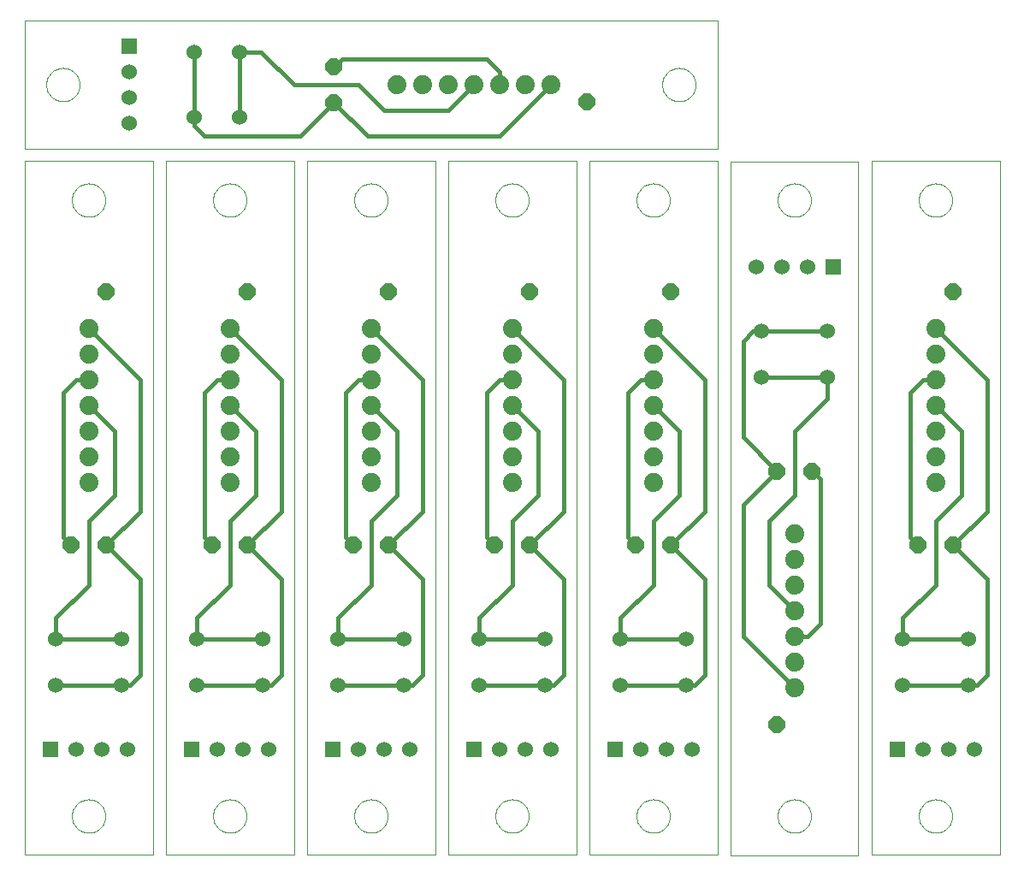
<source format=gtl>
G75*
G70*
%OFA0B0*%
%FSLAX24Y24*%
%IPPOS*%
%LPD*%
%AMOC8*
5,1,8,0,0,1.08239X$1,22.5*
%
%ADD10C,0.0000*%
%ADD11R,0.0600X0.0600*%
%ADD12C,0.0600*%
%ADD13OC8,0.0650*%
%ADD14C,0.0740*%
%ADD15C,0.0160*%
D10*
X000191Y000188D02*
X005188Y000188D01*
X005188Y027208D01*
X000191Y027208D01*
X000191Y000188D01*
X002038Y001688D02*
X002040Y001738D01*
X002046Y001788D01*
X002056Y001838D01*
X002069Y001886D01*
X002086Y001934D01*
X002107Y001980D01*
X002131Y002024D01*
X002159Y002066D01*
X002190Y002106D01*
X002224Y002143D01*
X002261Y002178D01*
X002300Y002209D01*
X002341Y002238D01*
X002385Y002263D01*
X002431Y002285D01*
X002478Y002303D01*
X002526Y002317D01*
X002575Y002328D01*
X002625Y002335D01*
X002675Y002338D01*
X002726Y002337D01*
X002776Y002332D01*
X002826Y002323D01*
X002874Y002311D01*
X002922Y002294D01*
X002968Y002274D01*
X003013Y002251D01*
X003056Y002224D01*
X003096Y002194D01*
X003134Y002161D01*
X003169Y002125D01*
X003202Y002086D01*
X003231Y002045D01*
X003257Y002002D01*
X003280Y001957D01*
X003299Y001910D01*
X003314Y001862D01*
X003326Y001813D01*
X003334Y001763D01*
X003338Y001713D01*
X003338Y001663D01*
X003334Y001613D01*
X003326Y001563D01*
X003314Y001514D01*
X003299Y001466D01*
X003280Y001419D01*
X003257Y001374D01*
X003231Y001331D01*
X003202Y001290D01*
X003169Y001251D01*
X003134Y001215D01*
X003096Y001182D01*
X003056Y001152D01*
X003013Y001125D01*
X002968Y001102D01*
X002922Y001082D01*
X002874Y001065D01*
X002826Y001053D01*
X002776Y001044D01*
X002726Y001039D01*
X002675Y001038D01*
X002625Y001041D01*
X002575Y001048D01*
X002526Y001059D01*
X002478Y001073D01*
X002431Y001091D01*
X002385Y001113D01*
X002341Y001138D01*
X002300Y001167D01*
X002261Y001198D01*
X002224Y001233D01*
X002190Y001270D01*
X002159Y001310D01*
X002131Y001352D01*
X002107Y001396D01*
X002086Y001442D01*
X002069Y001490D01*
X002056Y001538D01*
X002046Y001588D01*
X002040Y001638D01*
X002038Y001688D01*
X005691Y000188D02*
X010688Y000188D01*
X010688Y027208D01*
X005691Y027208D01*
X005691Y000188D01*
X007538Y001688D02*
X007540Y001738D01*
X007546Y001788D01*
X007556Y001838D01*
X007569Y001886D01*
X007586Y001934D01*
X007607Y001980D01*
X007631Y002024D01*
X007659Y002066D01*
X007690Y002106D01*
X007724Y002143D01*
X007761Y002178D01*
X007800Y002209D01*
X007841Y002238D01*
X007885Y002263D01*
X007931Y002285D01*
X007978Y002303D01*
X008026Y002317D01*
X008075Y002328D01*
X008125Y002335D01*
X008175Y002338D01*
X008226Y002337D01*
X008276Y002332D01*
X008326Y002323D01*
X008374Y002311D01*
X008422Y002294D01*
X008468Y002274D01*
X008513Y002251D01*
X008556Y002224D01*
X008596Y002194D01*
X008634Y002161D01*
X008669Y002125D01*
X008702Y002086D01*
X008731Y002045D01*
X008757Y002002D01*
X008780Y001957D01*
X008799Y001910D01*
X008814Y001862D01*
X008826Y001813D01*
X008834Y001763D01*
X008838Y001713D01*
X008838Y001663D01*
X008834Y001613D01*
X008826Y001563D01*
X008814Y001514D01*
X008799Y001466D01*
X008780Y001419D01*
X008757Y001374D01*
X008731Y001331D01*
X008702Y001290D01*
X008669Y001251D01*
X008634Y001215D01*
X008596Y001182D01*
X008556Y001152D01*
X008513Y001125D01*
X008468Y001102D01*
X008422Y001082D01*
X008374Y001065D01*
X008326Y001053D01*
X008276Y001044D01*
X008226Y001039D01*
X008175Y001038D01*
X008125Y001041D01*
X008075Y001048D01*
X008026Y001059D01*
X007978Y001073D01*
X007931Y001091D01*
X007885Y001113D01*
X007841Y001138D01*
X007800Y001167D01*
X007761Y001198D01*
X007724Y001233D01*
X007690Y001270D01*
X007659Y001310D01*
X007631Y001352D01*
X007607Y001396D01*
X007586Y001442D01*
X007569Y001490D01*
X007556Y001538D01*
X007546Y001588D01*
X007540Y001638D01*
X007538Y001688D01*
X011191Y000188D02*
X016188Y000188D01*
X016188Y027208D01*
X011191Y027208D01*
X011191Y000188D01*
X013038Y001688D02*
X013040Y001738D01*
X013046Y001788D01*
X013056Y001838D01*
X013069Y001886D01*
X013086Y001934D01*
X013107Y001980D01*
X013131Y002024D01*
X013159Y002066D01*
X013190Y002106D01*
X013224Y002143D01*
X013261Y002178D01*
X013300Y002209D01*
X013341Y002238D01*
X013385Y002263D01*
X013431Y002285D01*
X013478Y002303D01*
X013526Y002317D01*
X013575Y002328D01*
X013625Y002335D01*
X013675Y002338D01*
X013726Y002337D01*
X013776Y002332D01*
X013826Y002323D01*
X013874Y002311D01*
X013922Y002294D01*
X013968Y002274D01*
X014013Y002251D01*
X014056Y002224D01*
X014096Y002194D01*
X014134Y002161D01*
X014169Y002125D01*
X014202Y002086D01*
X014231Y002045D01*
X014257Y002002D01*
X014280Y001957D01*
X014299Y001910D01*
X014314Y001862D01*
X014326Y001813D01*
X014334Y001763D01*
X014338Y001713D01*
X014338Y001663D01*
X014334Y001613D01*
X014326Y001563D01*
X014314Y001514D01*
X014299Y001466D01*
X014280Y001419D01*
X014257Y001374D01*
X014231Y001331D01*
X014202Y001290D01*
X014169Y001251D01*
X014134Y001215D01*
X014096Y001182D01*
X014056Y001152D01*
X014013Y001125D01*
X013968Y001102D01*
X013922Y001082D01*
X013874Y001065D01*
X013826Y001053D01*
X013776Y001044D01*
X013726Y001039D01*
X013675Y001038D01*
X013625Y001041D01*
X013575Y001048D01*
X013526Y001059D01*
X013478Y001073D01*
X013431Y001091D01*
X013385Y001113D01*
X013341Y001138D01*
X013300Y001167D01*
X013261Y001198D01*
X013224Y001233D01*
X013190Y001270D01*
X013159Y001310D01*
X013131Y001352D01*
X013107Y001396D01*
X013086Y001442D01*
X013069Y001490D01*
X013056Y001538D01*
X013046Y001588D01*
X013040Y001638D01*
X013038Y001688D01*
X016691Y000188D02*
X021688Y000188D01*
X021688Y027208D01*
X016691Y027208D01*
X016691Y000188D01*
X018538Y001688D02*
X018540Y001738D01*
X018546Y001788D01*
X018556Y001838D01*
X018569Y001886D01*
X018586Y001934D01*
X018607Y001980D01*
X018631Y002024D01*
X018659Y002066D01*
X018690Y002106D01*
X018724Y002143D01*
X018761Y002178D01*
X018800Y002209D01*
X018841Y002238D01*
X018885Y002263D01*
X018931Y002285D01*
X018978Y002303D01*
X019026Y002317D01*
X019075Y002328D01*
X019125Y002335D01*
X019175Y002338D01*
X019226Y002337D01*
X019276Y002332D01*
X019326Y002323D01*
X019374Y002311D01*
X019422Y002294D01*
X019468Y002274D01*
X019513Y002251D01*
X019556Y002224D01*
X019596Y002194D01*
X019634Y002161D01*
X019669Y002125D01*
X019702Y002086D01*
X019731Y002045D01*
X019757Y002002D01*
X019780Y001957D01*
X019799Y001910D01*
X019814Y001862D01*
X019826Y001813D01*
X019834Y001763D01*
X019838Y001713D01*
X019838Y001663D01*
X019834Y001613D01*
X019826Y001563D01*
X019814Y001514D01*
X019799Y001466D01*
X019780Y001419D01*
X019757Y001374D01*
X019731Y001331D01*
X019702Y001290D01*
X019669Y001251D01*
X019634Y001215D01*
X019596Y001182D01*
X019556Y001152D01*
X019513Y001125D01*
X019468Y001102D01*
X019422Y001082D01*
X019374Y001065D01*
X019326Y001053D01*
X019276Y001044D01*
X019226Y001039D01*
X019175Y001038D01*
X019125Y001041D01*
X019075Y001048D01*
X019026Y001059D01*
X018978Y001073D01*
X018931Y001091D01*
X018885Y001113D01*
X018841Y001138D01*
X018800Y001167D01*
X018761Y001198D01*
X018724Y001233D01*
X018690Y001270D01*
X018659Y001310D01*
X018631Y001352D01*
X018607Y001396D01*
X018586Y001442D01*
X018569Y001490D01*
X018556Y001538D01*
X018546Y001588D01*
X018540Y001638D01*
X018538Y001688D01*
X022191Y000188D02*
X027188Y000188D01*
X027188Y027208D01*
X022191Y027208D01*
X022191Y000188D01*
X024038Y001688D02*
X024040Y001738D01*
X024046Y001788D01*
X024056Y001838D01*
X024069Y001886D01*
X024086Y001934D01*
X024107Y001980D01*
X024131Y002024D01*
X024159Y002066D01*
X024190Y002106D01*
X024224Y002143D01*
X024261Y002178D01*
X024300Y002209D01*
X024341Y002238D01*
X024385Y002263D01*
X024431Y002285D01*
X024478Y002303D01*
X024526Y002317D01*
X024575Y002328D01*
X024625Y002335D01*
X024675Y002338D01*
X024726Y002337D01*
X024776Y002332D01*
X024826Y002323D01*
X024874Y002311D01*
X024922Y002294D01*
X024968Y002274D01*
X025013Y002251D01*
X025056Y002224D01*
X025096Y002194D01*
X025134Y002161D01*
X025169Y002125D01*
X025202Y002086D01*
X025231Y002045D01*
X025257Y002002D01*
X025280Y001957D01*
X025299Y001910D01*
X025314Y001862D01*
X025326Y001813D01*
X025334Y001763D01*
X025338Y001713D01*
X025338Y001663D01*
X025334Y001613D01*
X025326Y001563D01*
X025314Y001514D01*
X025299Y001466D01*
X025280Y001419D01*
X025257Y001374D01*
X025231Y001331D01*
X025202Y001290D01*
X025169Y001251D01*
X025134Y001215D01*
X025096Y001182D01*
X025056Y001152D01*
X025013Y001125D01*
X024968Y001102D01*
X024922Y001082D01*
X024874Y001065D01*
X024826Y001053D01*
X024776Y001044D01*
X024726Y001039D01*
X024675Y001038D01*
X024625Y001041D01*
X024575Y001048D01*
X024526Y001059D01*
X024478Y001073D01*
X024431Y001091D01*
X024385Y001113D01*
X024341Y001138D01*
X024300Y001167D01*
X024261Y001198D01*
X024224Y001233D01*
X024190Y001270D01*
X024159Y001310D01*
X024131Y001352D01*
X024107Y001396D01*
X024086Y001442D01*
X024069Y001490D01*
X024056Y001538D01*
X024046Y001588D01*
X024040Y001638D01*
X024038Y001688D01*
X027688Y000167D02*
X032684Y000167D01*
X032684Y027188D01*
X027688Y027188D01*
X027688Y000167D01*
X029538Y001688D02*
X029540Y001738D01*
X029546Y001788D01*
X029556Y001838D01*
X029569Y001886D01*
X029586Y001934D01*
X029607Y001980D01*
X029631Y002024D01*
X029659Y002066D01*
X029690Y002106D01*
X029724Y002143D01*
X029761Y002178D01*
X029800Y002209D01*
X029841Y002238D01*
X029885Y002263D01*
X029931Y002285D01*
X029978Y002303D01*
X030026Y002317D01*
X030075Y002328D01*
X030125Y002335D01*
X030175Y002338D01*
X030226Y002337D01*
X030276Y002332D01*
X030326Y002323D01*
X030374Y002311D01*
X030422Y002294D01*
X030468Y002274D01*
X030513Y002251D01*
X030556Y002224D01*
X030596Y002194D01*
X030634Y002161D01*
X030669Y002125D01*
X030702Y002086D01*
X030731Y002045D01*
X030757Y002002D01*
X030780Y001957D01*
X030799Y001910D01*
X030814Y001862D01*
X030826Y001813D01*
X030834Y001763D01*
X030838Y001713D01*
X030838Y001663D01*
X030834Y001613D01*
X030826Y001563D01*
X030814Y001514D01*
X030799Y001466D01*
X030780Y001419D01*
X030757Y001374D01*
X030731Y001331D01*
X030702Y001290D01*
X030669Y001251D01*
X030634Y001215D01*
X030596Y001182D01*
X030556Y001152D01*
X030513Y001125D01*
X030468Y001102D01*
X030422Y001082D01*
X030374Y001065D01*
X030326Y001053D01*
X030276Y001044D01*
X030226Y001039D01*
X030175Y001038D01*
X030125Y001041D01*
X030075Y001048D01*
X030026Y001059D01*
X029978Y001073D01*
X029931Y001091D01*
X029885Y001113D01*
X029841Y001138D01*
X029800Y001167D01*
X029761Y001198D01*
X029724Y001233D01*
X029690Y001270D01*
X029659Y001310D01*
X029631Y001352D01*
X029607Y001396D01*
X029586Y001442D01*
X029569Y001490D01*
X029556Y001538D01*
X029546Y001588D01*
X029540Y001638D01*
X029538Y001688D01*
X033191Y000188D02*
X038188Y000188D01*
X038188Y027208D01*
X033191Y027208D01*
X033191Y000188D01*
X035038Y001688D02*
X035040Y001738D01*
X035046Y001788D01*
X035056Y001838D01*
X035069Y001886D01*
X035086Y001934D01*
X035107Y001980D01*
X035131Y002024D01*
X035159Y002066D01*
X035190Y002106D01*
X035224Y002143D01*
X035261Y002178D01*
X035300Y002209D01*
X035341Y002238D01*
X035385Y002263D01*
X035431Y002285D01*
X035478Y002303D01*
X035526Y002317D01*
X035575Y002328D01*
X035625Y002335D01*
X035675Y002338D01*
X035726Y002337D01*
X035776Y002332D01*
X035826Y002323D01*
X035874Y002311D01*
X035922Y002294D01*
X035968Y002274D01*
X036013Y002251D01*
X036056Y002224D01*
X036096Y002194D01*
X036134Y002161D01*
X036169Y002125D01*
X036202Y002086D01*
X036231Y002045D01*
X036257Y002002D01*
X036280Y001957D01*
X036299Y001910D01*
X036314Y001862D01*
X036326Y001813D01*
X036334Y001763D01*
X036338Y001713D01*
X036338Y001663D01*
X036334Y001613D01*
X036326Y001563D01*
X036314Y001514D01*
X036299Y001466D01*
X036280Y001419D01*
X036257Y001374D01*
X036231Y001331D01*
X036202Y001290D01*
X036169Y001251D01*
X036134Y001215D01*
X036096Y001182D01*
X036056Y001152D01*
X036013Y001125D01*
X035968Y001102D01*
X035922Y001082D01*
X035874Y001065D01*
X035826Y001053D01*
X035776Y001044D01*
X035726Y001039D01*
X035675Y001038D01*
X035625Y001041D01*
X035575Y001048D01*
X035526Y001059D01*
X035478Y001073D01*
X035431Y001091D01*
X035385Y001113D01*
X035341Y001138D01*
X035300Y001167D01*
X035261Y001198D01*
X035224Y001233D01*
X035190Y001270D01*
X035159Y001310D01*
X035131Y001352D01*
X035107Y001396D01*
X035086Y001442D01*
X035069Y001490D01*
X035056Y001538D01*
X035046Y001588D01*
X035040Y001638D01*
X035038Y001688D01*
X035038Y025688D02*
X035040Y025738D01*
X035046Y025788D01*
X035056Y025838D01*
X035069Y025886D01*
X035086Y025934D01*
X035107Y025980D01*
X035131Y026024D01*
X035159Y026066D01*
X035190Y026106D01*
X035224Y026143D01*
X035261Y026178D01*
X035300Y026209D01*
X035341Y026238D01*
X035385Y026263D01*
X035431Y026285D01*
X035478Y026303D01*
X035526Y026317D01*
X035575Y026328D01*
X035625Y026335D01*
X035675Y026338D01*
X035726Y026337D01*
X035776Y026332D01*
X035826Y026323D01*
X035874Y026311D01*
X035922Y026294D01*
X035968Y026274D01*
X036013Y026251D01*
X036056Y026224D01*
X036096Y026194D01*
X036134Y026161D01*
X036169Y026125D01*
X036202Y026086D01*
X036231Y026045D01*
X036257Y026002D01*
X036280Y025957D01*
X036299Y025910D01*
X036314Y025862D01*
X036326Y025813D01*
X036334Y025763D01*
X036338Y025713D01*
X036338Y025663D01*
X036334Y025613D01*
X036326Y025563D01*
X036314Y025514D01*
X036299Y025466D01*
X036280Y025419D01*
X036257Y025374D01*
X036231Y025331D01*
X036202Y025290D01*
X036169Y025251D01*
X036134Y025215D01*
X036096Y025182D01*
X036056Y025152D01*
X036013Y025125D01*
X035968Y025102D01*
X035922Y025082D01*
X035874Y025065D01*
X035826Y025053D01*
X035776Y025044D01*
X035726Y025039D01*
X035675Y025038D01*
X035625Y025041D01*
X035575Y025048D01*
X035526Y025059D01*
X035478Y025073D01*
X035431Y025091D01*
X035385Y025113D01*
X035341Y025138D01*
X035300Y025167D01*
X035261Y025198D01*
X035224Y025233D01*
X035190Y025270D01*
X035159Y025310D01*
X035131Y025352D01*
X035107Y025396D01*
X035086Y025442D01*
X035069Y025490D01*
X035056Y025538D01*
X035046Y025588D01*
X035040Y025638D01*
X035038Y025688D01*
X029538Y025688D02*
X029540Y025738D01*
X029546Y025788D01*
X029556Y025838D01*
X029569Y025886D01*
X029586Y025934D01*
X029607Y025980D01*
X029631Y026024D01*
X029659Y026066D01*
X029690Y026106D01*
X029724Y026143D01*
X029761Y026178D01*
X029800Y026209D01*
X029841Y026238D01*
X029885Y026263D01*
X029931Y026285D01*
X029978Y026303D01*
X030026Y026317D01*
X030075Y026328D01*
X030125Y026335D01*
X030175Y026338D01*
X030226Y026337D01*
X030276Y026332D01*
X030326Y026323D01*
X030374Y026311D01*
X030422Y026294D01*
X030468Y026274D01*
X030513Y026251D01*
X030556Y026224D01*
X030596Y026194D01*
X030634Y026161D01*
X030669Y026125D01*
X030702Y026086D01*
X030731Y026045D01*
X030757Y026002D01*
X030780Y025957D01*
X030799Y025910D01*
X030814Y025862D01*
X030826Y025813D01*
X030834Y025763D01*
X030838Y025713D01*
X030838Y025663D01*
X030834Y025613D01*
X030826Y025563D01*
X030814Y025514D01*
X030799Y025466D01*
X030780Y025419D01*
X030757Y025374D01*
X030731Y025331D01*
X030702Y025290D01*
X030669Y025251D01*
X030634Y025215D01*
X030596Y025182D01*
X030556Y025152D01*
X030513Y025125D01*
X030468Y025102D01*
X030422Y025082D01*
X030374Y025065D01*
X030326Y025053D01*
X030276Y025044D01*
X030226Y025039D01*
X030175Y025038D01*
X030125Y025041D01*
X030075Y025048D01*
X030026Y025059D01*
X029978Y025073D01*
X029931Y025091D01*
X029885Y025113D01*
X029841Y025138D01*
X029800Y025167D01*
X029761Y025198D01*
X029724Y025233D01*
X029690Y025270D01*
X029659Y025310D01*
X029631Y025352D01*
X029607Y025396D01*
X029586Y025442D01*
X029569Y025490D01*
X029556Y025538D01*
X029546Y025588D01*
X029540Y025638D01*
X029538Y025688D01*
X027208Y027688D02*
X027208Y032684D01*
X000188Y032684D01*
X000188Y027688D01*
X027208Y027688D01*
X024038Y025688D02*
X024040Y025738D01*
X024046Y025788D01*
X024056Y025838D01*
X024069Y025886D01*
X024086Y025934D01*
X024107Y025980D01*
X024131Y026024D01*
X024159Y026066D01*
X024190Y026106D01*
X024224Y026143D01*
X024261Y026178D01*
X024300Y026209D01*
X024341Y026238D01*
X024385Y026263D01*
X024431Y026285D01*
X024478Y026303D01*
X024526Y026317D01*
X024575Y026328D01*
X024625Y026335D01*
X024675Y026338D01*
X024726Y026337D01*
X024776Y026332D01*
X024826Y026323D01*
X024874Y026311D01*
X024922Y026294D01*
X024968Y026274D01*
X025013Y026251D01*
X025056Y026224D01*
X025096Y026194D01*
X025134Y026161D01*
X025169Y026125D01*
X025202Y026086D01*
X025231Y026045D01*
X025257Y026002D01*
X025280Y025957D01*
X025299Y025910D01*
X025314Y025862D01*
X025326Y025813D01*
X025334Y025763D01*
X025338Y025713D01*
X025338Y025663D01*
X025334Y025613D01*
X025326Y025563D01*
X025314Y025514D01*
X025299Y025466D01*
X025280Y025419D01*
X025257Y025374D01*
X025231Y025331D01*
X025202Y025290D01*
X025169Y025251D01*
X025134Y025215D01*
X025096Y025182D01*
X025056Y025152D01*
X025013Y025125D01*
X024968Y025102D01*
X024922Y025082D01*
X024874Y025065D01*
X024826Y025053D01*
X024776Y025044D01*
X024726Y025039D01*
X024675Y025038D01*
X024625Y025041D01*
X024575Y025048D01*
X024526Y025059D01*
X024478Y025073D01*
X024431Y025091D01*
X024385Y025113D01*
X024341Y025138D01*
X024300Y025167D01*
X024261Y025198D01*
X024224Y025233D01*
X024190Y025270D01*
X024159Y025310D01*
X024131Y025352D01*
X024107Y025396D01*
X024086Y025442D01*
X024069Y025490D01*
X024056Y025538D01*
X024046Y025588D01*
X024040Y025638D01*
X024038Y025688D01*
X018538Y025688D02*
X018540Y025738D01*
X018546Y025788D01*
X018556Y025838D01*
X018569Y025886D01*
X018586Y025934D01*
X018607Y025980D01*
X018631Y026024D01*
X018659Y026066D01*
X018690Y026106D01*
X018724Y026143D01*
X018761Y026178D01*
X018800Y026209D01*
X018841Y026238D01*
X018885Y026263D01*
X018931Y026285D01*
X018978Y026303D01*
X019026Y026317D01*
X019075Y026328D01*
X019125Y026335D01*
X019175Y026338D01*
X019226Y026337D01*
X019276Y026332D01*
X019326Y026323D01*
X019374Y026311D01*
X019422Y026294D01*
X019468Y026274D01*
X019513Y026251D01*
X019556Y026224D01*
X019596Y026194D01*
X019634Y026161D01*
X019669Y026125D01*
X019702Y026086D01*
X019731Y026045D01*
X019757Y026002D01*
X019780Y025957D01*
X019799Y025910D01*
X019814Y025862D01*
X019826Y025813D01*
X019834Y025763D01*
X019838Y025713D01*
X019838Y025663D01*
X019834Y025613D01*
X019826Y025563D01*
X019814Y025514D01*
X019799Y025466D01*
X019780Y025419D01*
X019757Y025374D01*
X019731Y025331D01*
X019702Y025290D01*
X019669Y025251D01*
X019634Y025215D01*
X019596Y025182D01*
X019556Y025152D01*
X019513Y025125D01*
X019468Y025102D01*
X019422Y025082D01*
X019374Y025065D01*
X019326Y025053D01*
X019276Y025044D01*
X019226Y025039D01*
X019175Y025038D01*
X019125Y025041D01*
X019075Y025048D01*
X019026Y025059D01*
X018978Y025073D01*
X018931Y025091D01*
X018885Y025113D01*
X018841Y025138D01*
X018800Y025167D01*
X018761Y025198D01*
X018724Y025233D01*
X018690Y025270D01*
X018659Y025310D01*
X018631Y025352D01*
X018607Y025396D01*
X018586Y025442D01*
X018569Y025490D01*
X018556Y025538D01*
X018546Y025588D01*
X018540Y025638D01*
X018538Y025688D01*
X013038Y025688D02*
X013040Y025738D01*
X013046Y025788D01*
X013056Y025838D01*
X013069Y025886D01*
X013086Y025934D01*
X013107Y025980D01*
X013131Y026024D01*
X013159Y026066D01*
X013190Y026106D01*
X013224Y026143D01*
X013261Y026178D01*
X013300Y026209D01*
X013341Y026238D01*
X013385Y026263D01*
X013431Y026285D01*
X013478Y026303D01*
X013526Y026317D01*
X013575Y026328D01*
X013625Y026335D01*
X013675Y026338D01*
X013726Y026337D01*
X013776Y026332D01*
X013826Y026323D01*
X013874Y026311D01*
X013922Y026294D01*
X013968Y026274D01*
X014013Y026251D01*
X014056Y026224D01*
X014096Y026194D01*
X014134Y026161D01*
X014169Y026125D01*
X014202Y026086D01*
X014231Y026045D01*
X014257Y026002D01*
X014280Y025957D01*
X014299Y025910D01*
X014314Y025862D01*
X014326Y025813D01*
X014334Y025763D01*
X014338Y025713D01*
X014338Y025663D01*
X014334Y025613D01*
X014326Y025563D01*
X014314Y025514D01*
X014299Y025466D01*
X014280Y025419D01*
X014257Y025374D01*
X014231Y025331D01*
X014202Y025290D01*
X014169Y025251D01*
X014134Y025215D01*
X014096Y025182D01*
X014056Y025152D01*
X014013Y025125D01*
X013968Y025102D01*
X013922Y025082D01*
X013874Y025065D01*
X013826Y025053D01*
X013776Y025044D01*
X013726Y025039D01*
X013675Y025038D01*
X013625Y025041D01*
X013575Y025048D01*
X013526Y025059D01*
X013478Y025073D01*
X013431Y025091D01*
X013385Y025113D01*
X013341Y025138D01*
X013300Y025167D01*
X013261Y025198D01*
X013224Y025233D01*
X013190Y025270D01*
X013159Y025310D01*
X013131Y025352D01*
X013107Y025396D01*
X013086Y025442D01*
X013069Y025490D01*
X013056Y025538D01*
X013046Y025588D01*
X013040Y025638D01*
X013038Y025688D01*
X007538Y025688D02*
X007540Y025738D01*
X007546Y025788D01*
X007556Y025838D01*
X007569Y025886D01*
X007586Y025934D01*
X007607Y025980D01*
X007631Y026024D01*
X007659Y026066D01*
X007690Y026106D01*
X007724Y026143D01*
X007761Y026178D01*
X007800Y026209D01*
X007841Y026238D01*
X007885Y026263D01*
X007931Y026285D01*
X007978Y026303D01*
X008026Y026317D01*
X008075Y026328D01*
X008125Y026335D01*
X008175Y026338D01*
X008226Y026337D01*
X008276Y026332D01*
X008326Y026323D01*
X008374Y026311D01*
X008422Y026294D01*
X008468Y026274D01*
X008513Y026251D01*
X008556Y026224D01*
X008596Y026194D01*
X008634Y026161D01*
X008669Y026125D01*
X008702Y026086D01*
X008731Y026045D01*
X008757Y026002D01*
X008780Y025957D01*
X008799Y025910D01*
X008814Y025862D01*
X008826Y025813D01*
X008834Y025763D01*
X008838Y025713D01*
X008838Y025663D01*
X008834Y025613D01*
X008826Y025563D01*
X008814Y025514D01*
X008799Y025466D01*
X008780Y025419D01*
X008757Y025374D01*
X008731Y025331D01*
X008702Y025290D01*
X008669Y025251D01*
X008634Y025215D01*
X008596Y025182D01*
X008556Y025152D01*
X008513Y025125D01*
X008468Y025102D01*
X008422Y025082D01*
X008374Y025065D01*
X008326Y025053D01*
X008276Y025044D01*
X008226Y025039D01*
X008175Y025038D01*
X008125Y025041D01*
X008075Y025048D01*
X008026Y025059D01*
X007978Y025073D01*
X007931Y025091D01*
X007885Y025113D01*
X007841Y025138D01*
X007800Y025167D01*
X007761Y025198D01*
X007724Y025233D01*
X007690Y025270D01*
X007659Y025310D01*
X007631Y025352D01*
X007607Y025396D01*
X007586Y025442D01*
X007569Y025490D01*
X007556Y025538D01*
X007546Y025588D01*
X007540Y025638D01*
X007538Y025688D01*
X002038Y025688D02*
X002040Y025738D01*
X002046Y025788D01*
X002056Y025838D01*
X002069Y025886D01*
X002086Y025934D01*
X002107Y025980D01*
X002131Y026024D01*
X002159Y026066D01*
X002190Y026106D01*
X002224Y026143D01*
X002261Y026178D01*
X002300Y026209D01*
X002341Y026238D01*
X002385Y026263D01*
X002431Y026285D01*
X002478Y026303D01*
X002526Y026317D01*
X002575Y026328D01*
X002625Y026335D01*
X002675Y026338D01*
X002726Y026337D01*
X002776Y026332D01*
X002826Y026323D01*
X002874Y026311D01*
X002922Y026294D01*
X002968Y026274D01*
X003013Y026251D01*
X003056Y026224D01*
X003096Y026194D01*
X003134Y026161D01*
X003169Y026125D01*
X003202Y026086D01*
X003231Y026045D01*
X003257Y026002D01*
X003280Y025957D01*
X003299Y025910D01*
X003314Y025862D01*
X003326Y025813D01*
X003334Y025763D01*
X003338Y025713D01*
X003338Y025663D01*
X003334Y025613D01*
X003326Y025563D01*
X003314Y025514D01*
X003299Y025466D01*
X003280Y025419D01*
X003257Y025374D01*
X003231Y025331D01*
X003202Y025290D01*
X003169Y025251D01*
X003134Y025215D01*
X003096Y025182D01*
X003056Y025152D01*
X003013Y025125D01*
X002968Y025102D01*
X002922Y025082D01*
X002874Y025065D01*
X002826Y025053D01*
X002776Y025044D01*
X002726Y025039D01*
X002675Y025038D01*
X002625Y025041D01*
X002575Y025048D01*
X002526Y025059D01*
X002478Y025073D01*
X002431Y025091D01*
X002385Y025113D01*
X002341Y025138D01*
X002300Y025167D01*
X002261Y025198D01*
X002224Y025233D01*
X002190Y025270D01*
X002159Y025310D01*
X002131Y025352D01*
X002107Y025396D01*
X002086Y025442D01*
X002069Y025490D01*
X002056Y025538D01*
X002046Y025588D01*
X002040Y025638D01*
X002038Y025688D01*
X001038Y030188D02*
X001040Y030238D01*
X001046Y030288D01*
X001056Y030338D01*
X001069Y030386D01*
X001086Y030434D01*
X001107Y030480D01*
X001131Y030524D01*
X001159Y030566D01*
X001190Y030606D01*
X001224Y030643D01*
X001261Y030678D01*
X001300Y030709D01*
X001341Y030738D01*
X001385Y030763D01*
X001431Y030785D01*
X001478Y030803D01*
X001526Y030817D01*
X001575Y030828D01*
X001625Y030835D01*
X001675Y030838D01*
X001726Y030837D01*
X001776Y030832D01*
X001826Y030823D01*
X001874Y030811D01*
X001922Y030794D01*
X001968Y030774D01*
X002013Y030751D01*
X002056Y030724D01*
X002096Y030694D01*
X002134Y030661D01*
X002169Y030625D01*
X002202Y030586D01*
X002231Y030545D01*
X002257Y030502D01*
X002280Y030457D01*
X002299Y030410D01*
X002314Y030362D01*
X002326Y030313D01*
X002334Y030263D01*
X002338Y030213D01*
X002338Y030163D01*
X002334Y030113D01*
X002326Y030063D01*
X002314Y030014D01*
X002299Y029966D01*
X002280Y029919D01*
X002257Y029874D01*
X002231Y029831D01*
X002202Y029790D01*
X002169Y029751D01*
X002134Y029715D01*
X002096Y029682D01*
X002056Y029652D01*
X002013Y029625D01*
X001968Y029602D01*
X001922Y029582D01*
X001874Y029565D01*
X001826Y029553D01*
X001776Y029544D01*
X001726Y029539D01*
X001675Y029538D01*
X001625Y029541D01*
X001575Y029548D01*
X001526Y029559D01*
X001478Y029573D01*
X001431Y029591D01*
X001385Y029613D01*
X001341Y029638D01*
X001300Y029667D01*
X001261Y029698D01*
X001224Y029733D01*
X001190Y029770D01*
X001159Y029810D01*
X001131Y029852D01*
X001107Y029896D01*
X001086Y029942D01*
X001069Y029990D01*
X001056Y030038D01*
X001046Y030088D01*
X001040Y030138D01*
X001038Y030188D01*
X025038Y030188D02*
X025040Y030238D01*
X025046Y030288D01*
X025056Y030338D01*
X025069Y030386D01*
X025086Y030434D01*
X025107Y030480D01*
X025131Y030524D01*
X025159Y030566D01*
X025190Y030606D01*
X025224Y030643D01*
X025261Y030678D01*
X025300Y030709D01*
X025341Y030738D01*
X025385Y030763D01*
X025431Y030785D01*
X025478Y030803D01*
X025526Y030817D01*
X025575Y030828D01*
X025625Y030835D01*
X025675Y030838D01*
X025726Y030837D01*
X025776Y030832D01*
X025826Y030823D01*
X025874Y030811D01*
X025922Y030794D01*
X025968Y030774D01*
X026013Y030751D01*
X026056Y030724D01*
X026096Y030694D01*
X026134Y030661D01*
X026169Y030625D01*
X026202Y030586D01*
X026231Y030545D01*
X026257Y030502D01*
X026280Y030457D01*
X026299Y030410D01*
X026314Y030362D01*
X026326Y030313D01*
X026334Y030263D01*
X026338Y030213D01*
X026338Y030163D01*
X026334Y030113D01*
X026326Y030063D01*
X026314Y030014D01*
X026299Y029966D01*
X026280Y029919D01*
X026257Y029874D01*
X026231Y029831D01*
X026202Y029790D01*
X026169Y029751D01*
X026134Y029715D01*
X026096Y029682D01*
X026056Y029652D01*
X026013Y029625D01*
X025968Y029602D01*
X025922Y029582D01*
X025874Y029565D01*
X025826Y029553D01*
X025776Y029544D01*
X025726Y029539D01*
X025675Y029538D01*
X025625Y029541D01*
X025575Y029548D01*
X025526Y029559D01*
X025478Y029573D01*
X025431Y029591D01*
X025385Y029613D01*
X025341Y029638D01*
X025300Y029667D01*
X025261Y029698D01*
X025224Y029733D01*
X025190Y029770D01*
X025159Y029810D01*
X025131Y029852D01*
X025107Y029896D01*
X025086Y029942D01*
X025069Y029990D01*
X025056Y030038D01*
X025046Y030088D01*
X025040Y030138D01*
X025038Y030188D01*
D11*
X031688Y023089D03*
X034188Y004286D03*
X023188Y004286D03*
X017688Y004286D03*
X012188Y004286D03*
X006688Y004286D03*
X001188Y004286D03*
X004286Y031688D03*
D12*
X004286Y030688D03*
X004286Y029688D03*
X004286Y028688D03*
X006798Y028908D03*
X008578Y028908D03*
X008578Y031468D03*
X006798Y031468D03*
X028688Y023089D03*
X029688Y023089D03*
X030688Y023089D03*
X031468Y020578D03*
X031468Y018798D03*
X028908Y018798D03*
X028908Y020578D03*
X025968Y008578D03*
X025968Y006798D03*
X023408Y006798D03*
X023408Y008578D03*
X020468Y008578D03*
X020468Y006798D03*
X020688Y004286D03*
X019688Y004286D03*
X018688Y004286D03*
X017908Y006798D03*
X017908Y008578D03*
X014968Y008578D03*
X014968Y006798D03*
X015188Y004286D03*
X014188Y004286D03*
X013188Y004286D03*
X012408Y006798D03*
X012408Y008578D03*
X009468Y008578D03*
X009468Y006798D03*
X006908Y006798D03*
X006908Y008578D03*
X003968Y008578D03*
X003968Y006798D03*
X004188Y004286D03*
X003188Y004286D03*
X002188Y004286D03*
X001408Y006798D03*
X001408Y008578D03*
X007688Y004286D03*
X008688Y004286D03*
X009688Y004286D03*
X024188Y004286D03*
X025188Y004286D03*
X026188Y004286D03*
X034408Y006798D03*
X034408Y008578D03*
X036968Y008578D03*
X036968Y006798D03*
X037188Y004286D03*
X036188Y004286D03*
X035188Y004286D03*
D13*
X029518Y005266D03*
X025377Y012247D03*
X023999Y012247D03*
X019877Y012247D03*
X018499Y012247D03*
X014377Y012247D03*
X012999Y012247D03*
X008877Y012247D03*
X007499Y012247D03*
X003377Y012247D03*
X001999Y012247D03*
X003357Y022109D03*
X008857Y022109D03*
X014357Y022109D03*
X019857Y022109D03*
X025357Y022109D03*
X029499Y015129D03*
X030877Y015129D03*
X034999Y012247D03*
X036377Y012247D03*
X036357Y022109D03*
X022109Y029518D03*
X012247Y029499D03*
X012247Y030877D03*
D14*
X014688Y030188D03*
X015688Y030188D03*
X016688Y030188D03*
X017688Y030188D03*
X018688Y030188D03*
X019688Y030188D03*
X020688Y030188D03*
X019188Y020688D03*
X019188Y019688D03*
X019188Y018688D03*
X019188Y017688D03*
X019188Y016688D03*
X019188Y015688D03*
X019188Y014688D03*
X024688Y014688D03*
X024688Y015688D03*
X024688Y016688D03*
X024688Y017688D03*
X024688Y018688D03*
X024688Y019688D03*
X024688Y020688D03*
X030188Y012688D03*
X030188Y011688D03*
X030188Y010688D03*
X030188Y009688D03*
X030188Y008688D03*
X030188Y007688D03*
X030188Y006688D03*
X035688Y014688D03*
X035688Y015688D03*
X035688Y016688D03*
X035688Y017688D03*
X035688Y018688D03*
X035688Y019688D03*
X035688Y020688D03*
X013688Y020688D03*
X013688Y019688D03*
X013688Y018688D03*
X013688Y017688D03*
X013688Y016688D03*
X013688Y015688D03*
X013688Y014688D03*
X008188Y014688D03*
X008188Y015688D03*
X008188Y016688D03*
X008188Y017688D03*
X008188Y018688D03*
X008188Y019688D03*
X008188Y020688D03*
X002688Y020688D03*
X002688Y019688D03*
X002688Y018688D03*
X002688Y017688D03*
X002688Y016688D03*
X002688Y015688D03*
X002688Y014688D03*
D15*
X003688Y014188D02*
X003688Y016688D01*
X002688Y017688D01*
X002688Y018688D02*
X002188Y018688D01*
X001688Y018188D01*
X001688Y012558D01*
X001999Y012247D01*
X002688Y013188D02*
X003688Y014188D01*
X004688Y013558D02*
X003377Y012247D01*
X004688Y010936D01*
X004688Y007188D01*
X004298Y006798D01*
X003968Y006798D01*
X001408Y006798D01*
X001408Y008578D02*
X001408Y009408D01*
X002688Y010688D01*
X002688Y013188D01*
X004688Y013558D02*
X004688Y018688D01*
X002688Y020688D01*
X007188Y018188D02*
X007188Y012558D01*
X007499Y012247D01*
X008188Y013188D02*
X009188Y014188D01*
X009188Y016688D01*
X008188Y017688D01*
X008188Y018688D02*
X007688Y018688D01*
X007188Y018188D01*
X008188Y020688D02*
X010188Y018688D01*
X010188Y013558D01*
X008877Y012247D01*
X010188Y010936D01*
X010188Y007188D01*
X009798Y006798D01*
X009468Y006798D01*
X006908Y006798D01*
X006908Y008578D02*
X006908Y009408D01*
X008188Y010688D01*
X008188Y013188D01*
X012688Y012558D02*
X012999Y012247D01*
X012688Y012558D02*
X012688Y018188D01*
X013188Y018688D01*
X013688Y018688D01*
X013688Y017688D02*
X014688Y016688D01*
X014688Y014188D01*
X013688Y013188D01*
X013688Y010688D01*
X012408Y009408D01*
X012408Y008578D01*
X014968Y008578D01*
X015688Y007188D02*
X015688Y010936D01*
X014377Y012247D01*
X015688Y013558D01*
X015688Y018688D01*
X013688Y020688D01*
X018188Y018188D02*
X018188Y012558D01*
X018499Y012247D01*
X019188Y013188D02*
X020188Y014188D01*
X020188Y016688D01*
X019188Y017688D01*
X019188Y018688D02*
X018688Y018688D01*
X018188Y018188D01*
X019188Y020688D02*
X021188Y018688D01*
X021188Y013558D01*
X019877Y012247D01*
X021188Y010936D01*
X021188Y007188D01*
X020798Y006798D01*
X020468Y006798D01*
X017908Y006798D01*
X017908Y008578D02*
X017908Y009408D01*
X019188Y010688D01*
X019188Y013188D01*
X023688Y012558D02*
X023999Y012247D01*
X023688Y012558D02*
X023688Y018188D01*
X024188Y018688D01*
X024688Y018688D01*
X024688Y017688D02*
X025688Y016688D01*
X025688Y014188D01*
X024688Y013188D01*
X024688Y010688D01*
X023408Y009408D01*
X023408Y008578D01*
X025968Y008578D01*
X026688Y007188D02*
X026688Y010936D01*
X025377Y012247D01*
X026688Y013558D01*
X026688Y018688D01*
X024688Y020688D01*
X028188Y020188D02*
X028188Y016440D01*
X029499Y015129D01*
X028188Y013817D01*
X028188Y008688D01*
X030188Y006688D01*
X030188Y008688D02*
X030688Y008688D01*
X031188Y009188D01*
X031188Y014817D01*
X030877Y015129D01*
X030188Y014188D02*
X029188Y013188D01*
X029188Y010688D01*
X030188Y009688D01*
X026688Y007188D02*
X026298Y006798D01*
X025968Y006798D01*
X023408Y006798D01*
X020468Y008578D02*
X017908Y008578D01*
X015688Y007188D02*
X015298Y006798D01*
X014968Y006798D01*
X012408Y006798D01*
X009468Y008578D02*
X006908Y008578D01*
X003968Y008578D02*
X001408Y008578D01*
X007188Y028188D02*
X010936Y028188D01*
X012247Y029499D01*
X013558Y028188D01*
X018688Y028188D01*
X020688Y030188D01*
X018688Y030188D02*
X018688Y030688D01*
X018188Y031188D01*
X012558Y031188D01*
X012247Y030877D01*
X013188Y030188D02*
X014188Y029188D01*
X016688Y029188D01*
X017688Y030188D01*
X013188Y030188D02*
X010688Y030188D01*
X009408Y031468D01*
X008578Y031468D01*
X008578Y028908D01*
X007188Y028188D02*
X006798Y028578D01*
X006798Y028908D01*
X006798Y031468D01*
X028188Y020188D02*
X028578Y020578D01*
X028908Y020578D01*
X031468Y020578D01*
X031468Y018798D02*
X031468Y017968D01*
X030188Y016688D01*
X030188Y014188D01*
X034688Y012558D02*
X034688Y018188D01*
X035188Y018688D01*
X035688Y018688D01*
X035688Y017688D02*
X036688Y016688D01*
X036688Y014188D01*
X035688Y013188D01*
X035688Y010688D01*
X034408Y009408D01*
X034408Y008578D01*
X036968Y008578D01*
X037688Y007188D02*
X037688Y010936D01*
X036377Y012247D01*
X037688Y013558D01*
X037688Y018688D01*
X035688Y020688D01*
X031468Y018798D02*
X028908Y018798D01*
X034688Y012558D02*
X034999Y012247D01*
X037688Y007188D02*
X037298Y006798D01*
X036968Y006798D01*
X034408Y006798D01*
M02*

</source>
